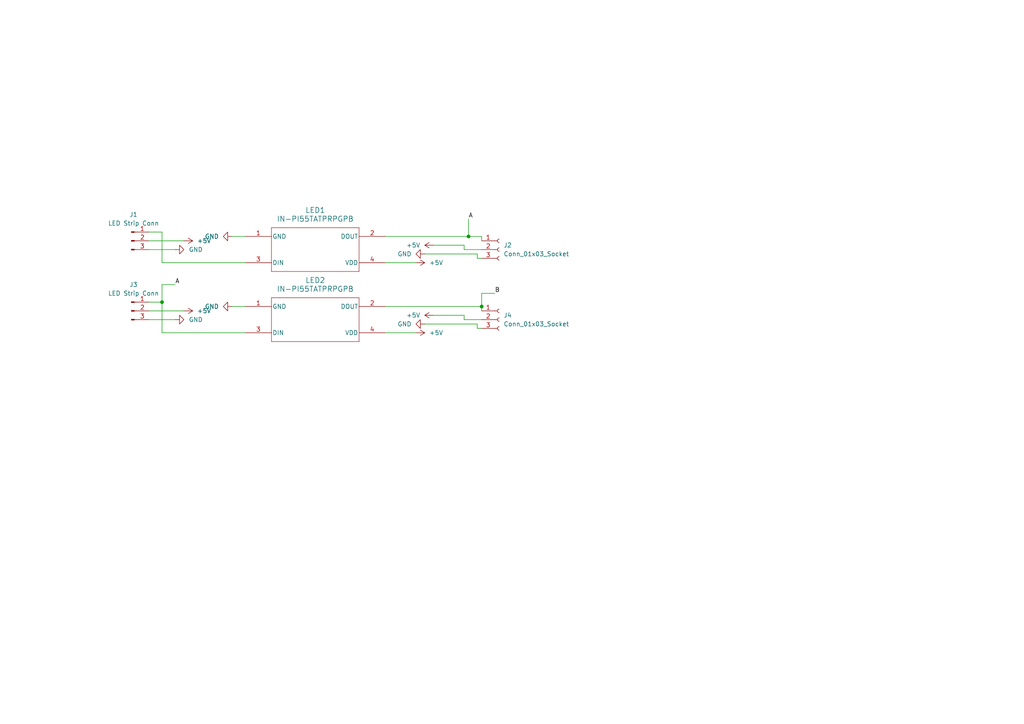
<source format=kicad_sch>
(kicad_sch (version 20230121) (generator eeschema)
  (paper "A4")
  (lib_symbols
    (symbol "Connector:Conn_01x03_Pin" (pin_names (offset 1.016) hide)
      (property "Reference" "J" (at 0 5.08 0))
      (property "Value" "Conn_01x03_Pin" (at 0 -5.08 0))
      (symbol "Conn_01x03_Pin_1_1"
        (polyline (pts (xy 1.27 -2.54) (xy 0.8636 -2.54)) (stroke (width 0.1524)))
        (polyline (pts (xy 1.27 0) (xy 0.8636 0)) (stroke (width 0.1524)))
        (polyline (pts (xy 1.27 2.54) (xy 0.8636 2.54)) (stroke (width 0.1524)))
        (rectangle (start 0.8636 -2.413) (end 0 -2.667) (stroke (width 0.1524)) (fill (type outline)))
        (rectangle (start 0.8636 0.127) (end 0 -0.127) (stroke (width 0.1524)) (fill (type outline)))
        (rectangle (start 0.8636 2.667) (end 0 2.413) (stroke (width 0.1524)) (fill (type outline)))
        (pin passive line (at 5.08 2.54 180) (length 3.81) (name "Pin_1") (number "1"))
        (pin passive line (at 5.08 0 180) (length 3.81) (name "Pin_2") (number "2"))
        (pin passive line (at 5.08 -2.54 180) (length 3.81) (name "Pin_3") (number "3"))
      )
    )
    (symbol "Connector:Conn_01x03_Socket" (pin_names (offset 1.016) hide)
      (property "Reference" "J" (at 0 5.08 0))
      (property "Value" "Conn_01x03_Socket" (at 0 -5.08 0))
      (symbol "Conn_01x03_Socket_1_1"
        (arc (start 0 -2.032) (mid -0.5058 -2.54) (end 0 -3.048) (stroke (width 0.1524)))
        (polyline (pts (xy -1.27 -2.54) (xy -0.508 -2.54)) (stroke (width 0.1524)))
        (polyline (pts (xy -1.27 0) (xy -0.508 0)) (stroke (width 0.1524)))
        (polyline (pts (xy -1.27 2.54) (xy -0.508 2.54)) (stroke (width 0.1524)))
        (arc (start 0 0.508) (mid -0.5058 0) (end 0 -0.508) (stroke (width 0.1524)))
        (arc (start 0 3.048) (mid -0.5058 2.54) (end 0 2.032) (stroke (width 0.1524)))
        (pin passive line (at -5.08 2.54 0) (length 3.81) (name "Pin_1") (number "1"))
        (pin passive line (at -5.08 0 0) (length 3.81) (name "Pin_2") (number "2"))
        (pin passive line (at -5.08 -2.54 0) (length 3.81) (name "Pin_3") (number "3"))
      )
    )
    (symbol "IN_P155TA:IN-PI55TATPRPGPB" (pin_names (offset 0.254))
      (property "Reference" "LED" (at 20.32 7.62 0))
      (property "Value" "IN-PI55TATPRPGPB" (at 20.32 5.08 0))
      (symbol "IN-PI55TATPRPGPB_0_1"
        (polyline (pts (xy 7.62 -10.16) (xy 33.02 -10.16)) (stroke (width 0.127)))
        (polyline (pts (xy 7.62 2.54) (xy 7.62 -10.16)) (stroke (width 0.127)))
        (polyline (pts (xy 33.02 -10.16) (xy 33.02 2.54)) (stroke (width 0.127)))
        (polyline (pts (xy 33.02 2.54) (xy 7.62 2.54)) (stroke (width 0.127)))
        (pin power_in line (at 0 0 0) (length 7.62) (name "GND") (number "1"))
        (pin output line (at 40.64 0 180) (length 7.62) (name "DOUT") (number "2"))
        (pin power_out line (at 0 -7.62 0) (length 7.62) (name "DIN") (number "3"))
        (pin input line (at 40.64 -7.62 180) (length 7.62) (name "VDD") (number "4"))
      )
    )
    (symbol "power:+5V" (power) (pin_names (offset 0))
      (property "Value" "+5V" (at 0 3.556 0))
      (symbol "+5V_0_1"
        (polyline (pts (xy -0.762 1.27) (xy 0 2.54)))
        (polyline (pts (xy 0 0) (xy 0 2.54)))
        (polyline (pts (xy 0 2.54) (xy 0.762 1.27)))
      )
      (symbol "+5V_1_1"
        (pin power_in line (at 0 0 90) (length 0) hide (name "+5V") (number "1"))
      )
    )
    (symbol "power:GND" (power) (pin_names (offset 0))
      (property "Value" "GND" (at 0 -3.81 0))
      (symbol "GND_0_1"
        (polyline (pts (xy 0 0) (xy 0 -1.27) (xy 1.27 -1.27) (xy 0 -2.54) (xy -1.27 -1.27) (xy 0 -1.27)))
      )
      (symbol "GND_1_1"
        (pin power_in line (at 0 0 270) (length 0) hide (name "GND") (number "1"))
      )
    )
  )
  (junction (at 46.99 87.63))
  (junction (at 135.89 68.58))
  (junction (at 139.7 88.9))
  (wire (pts (xy 111.76 96.52) (xy 120.65 96.52)))
  (wire (pts (xy 143.51 85.09) (xy 139.7 85.09)))
  (wire (pts (xy 138.43 73.66) (xy 138.43 74.93)))
  (wire (pts (xy 111.76 76.2) (xy 120.65 76.2)))
  (wire (pts (xy 134.62 71.12) (xy 134.62 72.39)))
  (wire (pts (xy 46.99 96.52) (xy 71.12 96.52)))
  (wire (pts (xy 123.19 73.66) (xy 138.43 73.66)))
  (wire (pts (xy 139.7 85.09) (xy 139.7 88.9)))
  (wire (pts (xy 43.18 87.63) (xy 46.99 87.63)))
  (wire (pts (xy 134.62 92.71) (xy 139.7 92.71)))
  (wire (pts (xy 125.73 91.44) (xy 134.62 91.44)))
  (wire (pts (xy 43.18 69.85) (xy 53.34 69.85)))
  (wire (pts (xy 134.62 91.44) (xy 134.62 92.71)))
  (wire (pts (xy 139.7 88.9) (xy 139.7 90.17)))
  (wire (pts (xy 135.89 68.58) (xy 139.7 68.58)))
  (wire (pts (xy 50.8 82.55) (xy 46.99 82.55)))
  (wire (pts (xy 135.89 63.5) (xy 135.89 68.58)))
  (wire (pts (xy 67.31 88.9) (xy 71.12 88.9)))
  (wire (pts (xy 46.99 76.2) (xy 71.12 76.2)))
  (wire (pts (xy 46.99 82.55) (xy 46.99 87.63)))
  (wire (pts (xy 111.76 88.9) (xy 139.7 88.9)))
  (wire (pts (xy 138.43 93.98) (xy 138.43 95.25)))
  (wire (pts (xy 46.99 87.63) (xy 46.99 96.52)))
  (wire (pts (xy 43.18 90.17) (xy 53.34 90.17)))
  (wire (pts (xy 134.62 72.39) (xy 139.7 72.39)))
  (wire (pts (xy 111.76 68.58) (xy 135.89 68.58)))
  (wire (pts (xy 123.19 93.98) (xy 138.43 93.98)))
  (wire (pts (xy 46.99 67.31) (xy 46.99 76.2)))
  (wire (pts (xy 43.18 67.31) (xy 46.99 67.31)))
  (wire (pts (xy 43.18 92.71) (xy 50.8 92.71)))
  (wire (pts (xy 138.43 95.25) (xy 139.7 95.25)))
  (wire (pts (xy 138.43 74.93) (xy 139.7 74.93)))
  (wire (pts (xy 139.7 68.58) (xy 139.7 69.85)))
  (wire (pts (xy 43.18 72.39) (xy 50.8 72.39)))
  (wire (pts (xy 67.31 68.58) (xy 71.12 68.58)))
  (wire (pts (xy 125.73 71.12) (xy 134.62 71.12)))
  (label "A" (at 50.8 82.55 0))
  (label "B" (at 143.51 85.09 0))
  (label "A" (at 135.89 63.5 0))
  (symbol (lib_id "power:GND") (at 123.19 93.98 270) (unit 1)
    (property "Reference" "#PWR011" (effects hide))
    (property "Value" "GND" (at 119.38 93.98 90) (effects (justify right)))
  )
  (symbol (lib_id "Connector:Conn_01x03_Socket") (at 144.78 92.71 0) (unit 1)
    (property "Reference" "J4" (at 146.05 91.44 0) (effects (justify left)))
    (property "Value" "Conn_01x03_Socket" (at 146.05 93.98 0) (effects (justify left)))
    (property "Footprint" "Connector_PinHeader_2.54mm:PinHeader_1x03_P2.54mm_Vertical" (effects hide))
  )
  (symbol (lib_id "power:GND") (at 50.8 72.39 90) (unit 1)
    (property "Reference" "#PWR02" (effects hide))
    (property "Value" "GND" (at 54.7292 72.39 90) (effects (justify right)))
  )
  (symbol (lib_id "power:+5V") (at 53.34 90.17 270) (unit 1)
    (property "Reference" "#PWR08" (effects hide))
    (property "Value" "+5V" (at 57.15 90.17 90) (effects (justify left)))
  )
  (symbol (lib_id "power:+5V") (at 125.73 91.44 90) (unit 1)
    (property "Reference" "#PWR012" (effects hide))
    (property "Value" "+5V" (at 121.92 91.44 90) (effects (justify left)))
  )
  (symbol (lib_id "IN_P155TA:IN-PI55TATPRPGPB") (at 71.12 88.9 0) (unit 1)
    (property "Reference" "LED2" (at 91.44 81.28 0) (effects (font (size 1.524 1.524))))
    (property "Value" "IN-PI55TATPRPGPB" (at 91.44 83.82 0) (effects (font (size 1.524 1.524))))
    (property "Footprint" "LED_SMD:LED_Inolux_IN-PI554FCH_PLCC4_5.0x5.0mm_P3.2mm" (effects hide))
    (property "Datasheet" "IN-PI55TATPRPGPB" (effects hide))
  )
  (symbol (lib_id "power:GND") (at 67.31 88.9 270) (unit 1)
    (property "Reference" "#PWR09" (effects hide))
    (property "Value" "GND" (at 63.5 88.9 90) (effects (justify right)))
  )
  (symbol (lib_id "Connector:Conn_01x03_Pin") (at 38.1 69.85 0) (unit 1)
    (property "Reference" "J1" (at 38.735 62.23 0))
    (property "Value" "LED Strip Conn" (at 38.735 64.77 0))
    (property "Footprint" "Connector_PinHeader_2.54mm:PinHeader_1x03_P2.54mm_Vertical" (effects hide))
  )
  (symbol (lib_id "power:+5V") (at 120.65 96.52 270) (unit 1)
    (property "Reference" "#PWR010" (effects hide))
    (property "Value" "+5V" (at 124.46 96.52 90) (effects (justify left)))
  )
  (symbol (lib_id "Connector:Conn_01x03_Pin") (at 38.1 90.17 0) (unit 1)
    (property "Reference" "J3" (at 38.735 82.55 0))
    (property "Value" "LED Strip Conn" (at 38.735 85.09 0))
    (property "Footprint" "Connector_PinHeader_2.54mm:PinHeader_1x03_P2.54mm_Vertical" (effects hide))
  )
  (symbol (lib_id "power:+5V") (at 53.34 69.85 270) (unit 1)
    (property "Reference" "#PWR01" (effects hide))
    (property "Value" "+5V" (at 57.15 69.85 90) (effects (justify left)))
  )
  (symbol (lib_id "power:GND") (at 67.31 68.58 270) (unit 1)
    (property "Reference" "#PWR03" (effects hide))
    (property "Value" "GND" (at 63.5 68.58 90) (effects (justify right)))
  )
  (symbol (lib_id "Connector:Conn_01x03_Socket") (at 144.78 72.39 0) (unit 1)
    (property "Reference" "J2" (at 146.05 71.12 0) (effects (justify left)))
    (property "Value" "Conn_01x03_Socket" (at 146.05 73.66 0) (effects (justify left)))
    (property "Footprint" "Connector_PinHeader_2.54mm:PinHeader_1x03_P2.54mm_Vertical" (effects hide))
  )
  (symbol (lib_id "IN_P155TA:IN-PI55TATPRPGPB") (at 71.12 68.58 0) (unit 1)
    (property "Reference" "LED1" (at 91.44 60.96 0) (effects (font (size 1.524 1.524))))
    (property "Value" "IN-PI55TATPRPGPB" (at 91.44 63.5 0) (effects (font (size 1.524 1.524))))
    (property "Footprint" "LED_SMD:LED_Inolux_IN-PI554FCH_PLCC4_5.0x5.0mm_P3.2mm" (effects hide))
    (property "Datasheet" "IN-PI55TATPRPGPB" (effects hide))
  )
  (symbol (lib_id "power:+5V") (at 120.65 76.2 270) (unit 1)
    (property "Reference" "#PWR04" (effects hide))
    (property "Value" "+5V" (at 124.46 76.2 90) (effects (justify left)))
  )
  (symbol (lib_id "power:+5V") (at 125.73 71.12 90) (unit 1)
    (property "Reference" "#PWR06" (effects hide))
    (property "Value" "+5V" (at 121.92 71.12 90) (effects (justify left)))
  )
  (symbol (lib_id "power:GND") (at 123.19 73.66 270) (unit 1)
    (property "Reference" "#PWR05" (effects hide))
    (property "Value" "GND" (at 119.38 73.66 90) (effects (justify right)))
  )
  (symbol (lib_id "power:GND") (at 50.8 92.71 90) (unit 1)
    (property "Reference" "#PWR07" (effects hide))
    (property "Value" "GND" (at 54.7292 92.71 90) (effects (justify right)))
  )
)
</source>
